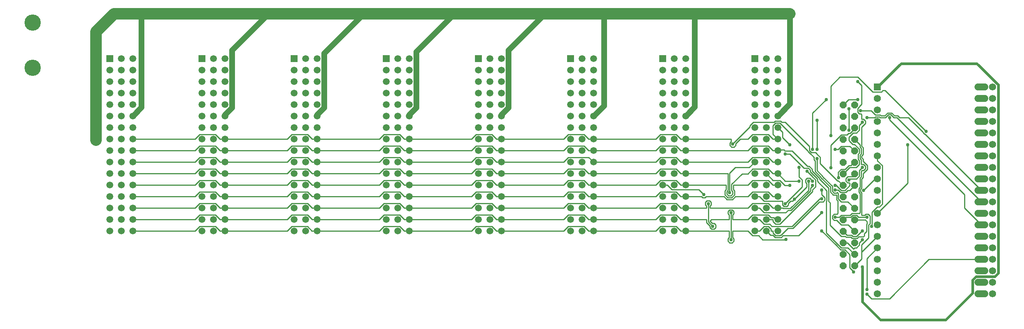
<source format=gbr>
G04 EAGLE Gerber RS-274X export*
G75*
%MOMM*%
%FSLAX34Y34*%
%LPD*%
%INBottom Copper*%
%IPPOS*%
%AMOC8*
5,1,8,0,0,1.08239X$1,22.5*%
G01*
%ADD10R,1.508000X1.508000*%
%ADD11C,1.508000*%
%ADD12C,3.600000*%
%ADD13P,1.649562X8X112.500000*%
%ADD14R,1.560000X1.560000*%
%ADD15C,1.560000*%
%ADD16C,1.524000*%
%ADD17C,0.254000*%
%ADD18C,0.756400*%
%ADD19C,1.270000*%
%ADD20C,2.540000*%
%ADD21C,0.609600*%


D10*
X250000Y590500D03*
D11*
X250000Y565100D03*
X250000Y539700D03*
X250000Y514300D03*
X250000Y488900D03*
X250000Y463500D03*
X250000Y438100D03*
X250000Y412700D03*
X250000Y387300D03*
X250000Y361900D03*
X250000Y336500D03*
X250000Y311100D03*
X250000Y285700D03*
X250000Y260300D03*
X250000Y234900D03*
X250000Y209500D03*
X275400Y590500D03*
X275400Y565100D03*
X275400Y539700D03*
X275400Y514300D03*
X275400Y488900D03*
X275400Y463500D03*
X275400Y438100D03*
X275400Y412700D03*
X275400Y387300D03*
X275400Y361900D03*
X275400Y336500D03*
X275400Y311100D03*
X275400Y285700D03*
X275400Y260300D03*
X275400Y234900D03*
X275400Y209500D03*
X300800Y590500D03*
X300800Y565100D03*
X300800Y539700D03*
X300800Y514300D03*
X300800Y488900D03*
X300800Y463500D03*
X300800Y438100D03*
X300800Y412700D03*
X300800Y387300D03*
X300800Y361900D03*
X300800Y336500D03*
X300800Y311100D03*
X300800Y285700D03*
X300800Y260300D03*
X300800Y234900D03*
X300800Y209500D03*
D10*
X453200Y590500D03*
D11*
X453200Y565100D03*
X453200Y539700D03*
X453200Y514300D03*
X453200Y488900D03*
X453200Y463500D03*
X453200Y438100D03*
X453200Y412700D03*
X453200Y387300D03*
X453200Y361900D03*
X453200Y336500D03*
X453200Y311100D03*
X453200Y285700D03*
X453200Y260300D03*
X453200Y234900D03*
X453200Y209500D03*
X478600Y590500D03*
X478600Y565100D03*
X478600Y539700D03*
X478600Y514300D03*
X478600Y488900D03*
X478600Y463500D03*
X478600Y438100D03*
X478600Y412700D03*
X478600Y387300D03*
X478600Y361900D03*
X478600Y336500D03*
X478600Y311100D03*
X478600Y285700D03*
X478600Y260300D03*
X478600Y234900D03*
X478600Y209500D03*
X504000Y590500D03*
X504000Y565100D03*
X504000Y539700D03*
X504000Y514300D03*
X504000Y488900D03*
X504000Y463500D03*
X504000Y438100D03*
X504000Y412700D03*
X504000Y387300D03*
X504000Y361900D03*
X504000Y336500D03*
X504000Y311100D03*
X504000Y285700D03*
X504000Y260300D03*
X504000Y234900D03*
X504000Y209500D03*
D10*
X656400Y590500D03*
D11*
X656400Y565100D03*
X656400Y539700D03*
X656400Y514300D03*
X656400Y488900D03*
X656400Y463500D03*
X656400Y438100D03*
X656400Y412700D03*
X656400Y387300D03*
X656400Y361900D03*
X656400Y336500D03*
X656400Y311100D03*
X656400Y285700D03*
X656400Y260300D03*
X656400Y234900D03*
X656400Y209500D03*
X681800Y590500D03*
X681800Y565100D03*
X681800Y539700D03*
X681800Y514300D03*
X681800Y488900D03*
X681800Y463500D03*
X681800Y438100D03*
X681800Y412700D03*
X681800Y387300D03*
X681800Y361900D03*
X681800Y336500D03*
X681800Y311100D03*
X681800Y285700D03*
X681800Y260300D03*
X681800Y234900D03*
X681800Y209500D03*
X707200Y590500D03*
X707200Y565100D03*
X707200Y539700D03*
X707200Y514300D03*
X707200Y488900D03*
X707200Y463500D03*
X707200Y438100D03*
X707200Y412700D03*
X707200Y387300D03*
X707200Y361900D03*
X707200Y336500D03*
X707200Y311100D03*
X707200Y285700D03*
X707200Y260300D03*
X707200Y234900D03*
X707200Y209500D03*
D10*
X859600Y590500D03*
D11*
X859600Y565100D03*
X859600Y539700D03*
X859600Y514300D03*
X859600Y488900D03*
X859600Y463500D03*
X859600Y438100D03*
X859600Y412700D03*
X859600Y387300D03*
X859600Y361900D03*
X859600Y336500D03*
X859600Y311100D03*
X859600Y285700D03*
X859600Y260300D03*
X859600Y234900D03*
X859600Y209500D03*
X885000Y590500D03*
X885000Y565100D03*
X885000Y539700D03*
X885000Y514300D03*
X885000Y488900D03*
X885000Y463500D03*
X885000Y438100D03*
X885000Y412700D03*
X885000Y387300D03*
X885000Y361900D03*
X885000Y336500D03*
X885000Y311100D03*
X885000Y285700D03*
X885000Y260300D03*
X885000Y234900D03*
X885000Y209500D03*
X910400Y590500D03*
X910400Y565100D03*
X910400Y539700D03*
X910400Y514300D03*
X910400Y488900D03*
X910400Y463500D03*
X910400Y438100D03*
X910400Y412700D03*
X910400Y387300D03*
X910400Y361900D03*
X910400Y336500D03*
X910400Y311100D03*
X910400Y285700D03*
X910400Y260300D03*
X910400Y234900D03*
X910400Y209500D03*
D10*
X1062800Y590500D03*
D11*
X1062800Y565100D03*
X1062800Y539700D03*
X1062800Y514300D03*
X1062800Y488900D03*
X1062800Y463500D03*
X1062800Y438100D03*
X1062800Y412700D03*
X1062800Y387300D03*
X1062800Y361900D03*
X1062800Y336500D03*
X1062800Y311100D03*
X1062800Y285700D03*
X1062800Y260300D03*
X1062800Y234900D03*
X1062800Y209500D03*
X1088200Y590500D03*
X1088200Y565100D03*
X1088200Y539700D03*
X1088200Y514300D03*
X1088200Y488900D03*
X1088200Y463500D03*
X1088200Y438100D03*
X1088200Y412700D03*
X1088200Y387300D03*
X1088200Y361900D03*
X1088200Y336500D03*
X1088200Y311100D03*
X1088200Y285700D03*
X1088200Y260300D03*
X1088200Y234900D03*
X1088200Y209500D03*
X1113600Y590500D03*
X1113600Y565100D03*
X1113600Y539700D03*
X1113600Y514300D03*
X1113600Y488900D03*
X1113600Y463500D03*
X1113600Y438100D03*
X1113600Y412700D03*
X1113600Y387300D03*
X1113600Y361900D03*
X1113600Y336500D03*
X1113600Y311100D03*
X1113600Y285700D03*
X1113600Y260300D03*
X1113600Y234900D03*
X1113600Y209500D03*
D10*
X1266000Y590500D03*
D11*
X1266000Y565100D03*
X1266000Y539700D03*
X1266000Y514300D03*
X1266000Y488900D03*
X1266000Y463500D03*
X1266000Y438100D03*
X1266000Y412700D03*
X1266000Y387300D03*
X1266000Y361900D03*
X1266000Y336500D03*
X1266000Y311100D03*
X1266000Y285700D03*
X1266000Y260300D03*
X1266000Y234900D03*
X1266000Y209500D03*
X1291400Y590500D03*
X1291400Y565100D03*
X1291400Y539700D03*
X1291400Y514300D03*
X1291400Y488900D03*
X1291400Y463500D03*
X1291400Y438100D03*
X1291400Y412700D03*
X1291400Y387300D03*
X1291400Y361900D03*
X1291400Y336500D03*
X1291400Y311100D03*
X1291400Y285700D03*
X1291400Y260300D03*
X1291400Y234900D03*
X1291400Y209500D03*
X1316800Y590500D03*
X1316800Y565100D03*
X1316800Y539700D03*
X1316800Y514300D03*
X1316800Y488900D03*
X1316800Y463500D03*
X1316800Y438100D03*
X1316800Y412700D03*
X1316800Y387300D03*
X1316800Y361900D03*
X1316800Y336500D03*
X1316800Y311100D03*
X1316800Y285700D03*
X1316800Y260300D03*
X1316800Y234900D03*
X1316800Y209500D03*
D10*
X1469200Y590500D03*
D11*
X1469200Y565100D03*
X1469200Y539700D03*
X1469200Y514300D03*
X1469200Y488900D03*
X1469200Y463500D03*
X1469200Y438100D03*
X1469200Y412700D03*
X1469200Y387300D03*
X1469200Y361900D03*
X1469200Y336500D03*
X1469200Y311100D03*
X1469200Y285700D03*
X1469200Y260300D03*
X1469200Y234900D03*
X1469200Y209500D03*
X1494600Y590500D03*
X1494600Y565100D03*
X1494600Y539700D03*
X1494600Y514300D03*
X1494600Y488900D03*
X1494600Y463500D03*
X1494600Y438100D03*
X1494600Y412700D03*
X1494600Y387300D03*
X1494600Y361900D03*
X1494600Y336500D03*
X1494600Y311100D03*
X1494600Y285700D03*
X1494600Y260300D03*
X1494600Y234900D03*
X1494600Y209500D03*
X1520000Y590500D03*
X1520000Y565100D03*
X1520000Y539700D03*
X1520000Y514300D03*
X1520000Y488900D03*
X1520000Y463500D03*
X1520000Y438100D03*
X1520000Y412700D03*
X1520000Y387300D03*
X1520000Y361900D03*
X1520000Y336500D03*
X1520000Y311100D03*
X1520000Y285700D03*
X1520000Y260300D03*
X1520000Y234900D03*
X1520000Y209500D03*
D10*
X1672400Y590500D03*
D11*
X1672400Y565100D03*
X1672400Y539700D03*
X1672400Y514300D03*
X1672400Y488900D03*
X1672400Y463500D03*
X1672400Y438100D03*
X1672400Y412700D03*
X1672400Y387300D03*
X1672400Y361900D03*
X1672400Y336500D03*
X1672400Y311100D03*
X1672400Y285700D03*
X1672400Y260300D03*
X1672400Y234900D03*
X1672400Y209500D03*
X1697800Y590500D03*
X1697800Y565100D03*
X1697800Y539700D03*
X1697800Y514300D03*
X1697800Y488900D03*
X1697800Y463500D03*
X1697800Y438100D03*
X1697800Y412700D03*
X1697800Y387300D03*
X1697800Y361900D03*
X1697800Y336500D03*
X1697800Y311100D03*
X1697800Y285700D03*
X1697800Y260300D03*
X1697800Y234900D03*
X1697800Y209500D03*
X1723200Y590500D03*
X1723200Y565100D03*
X1723200Y539700D03*
X1723200Y514300D03*
X1723200Y488900D03*
X1723200Y463500D03*
X1723200Y438100D03*
X1723200Y412700D03*
X1723200Y387300D03*
X1723200Y361900D03*
X1723200Y336500D03*
X1723200Y311100D03*
X1723200Y285700D03*
X1723200Y260300D03*
X1723200Y234900D03*
X1723200Y209500D03*
D12*
X80000Y670000D03*
X80000Y570000D03*
D13*
X1892700Y132200D03*
X1867300Y132200D03*
X1892700Y157600D03*
X1867300Y157600D03*
X1892700Y183000D03*
X1867300Y183000D03*
X1892700Y208400D03*
X1867300Y208400D03*
X1892700Y233800D03*
X1867300Y233800D03*
X1892700Y259200D03*
X1867300Y259200D03*
X1892700Y284600D03*
X1867300Y284600D03*
X1892700Y310000D03*
X1867300Y310000D03*
X1892700Y335400D03*
X1867300Y335400D03*
X1892700Y360800D03*
X1867300Y360800D03*
X1892700Y386200D03*
X1867300Y386200D03*
X1892700Y411600D03*
X1867300Y411600D03*
X1892700Y437000D03*
X1867300Y437000D03*
X1892700Y462400D03*
X1867300Y462400D03*
X1892700Y487800D03*
X1867300Y487800D03*
D14*
X1943000Y527600D03*
D15*
X1943000Y502200D03*
X1943000Y70400D03*
X1943000Y476800D03*
X1943000Y451400D03*
X1943000Y426000D03*
X1943000Y400600D03*
X1943000Y375200D03*
X1943000Y349800D03*
X1943000Y324400D03*
X1943000Y299000D03*
X1943000Y273600D03*
X1943000Y248200D03*
X1943000Y222800D03*
X1943000Y197400D03*
X1943000Y172000D03*
X1943000Y146600D03*
X1943000Y121200D03*
X1943000Y95800D03*
X2197000Y527600D03*
X2197000Y502200D03*
X2197000Y476800D03*
X2197000Y451400D03*
X2197000Y426000D03*
X2197000Y400600D03*
X2197000Y375200D03*
X2197000Y349800D03*
X2197000Y324400D03*
X2197000Y299000D03*
X2197000Y273600D03*
X2197000Y248200D03*
X2197000Y222800D03*
X2197000Y197400D03*
X2197000Y172000D03*
X2197000Y146600D03*
X2197000Y121200D03*
X2197000Y95800D03*
X2197000Y70400D03*
D16*
X2180220Y70400D02*
X2164980Y70400D01*
X2164980Y95800D02*
X2180220Y95800D01*
X2180220Y121200D02*
X2164980Y121200D01*
X2164980Y146600D02*
X2180220Y146600D01*
X2180220Y172000D02*
X2164980Y172000D01*
X2164980Y197400D02*
X2180220Y197400D01*
X2180220Y222800D02*
X2164980Y222800D01*
X2164980Y248200D02*
X2180220Y248200D01*
X2180220Y273600D02*
X2164980Y273600D01*
X2164980Y299000D02*
X2180220Y299000D01*
X2180220Y324400D02*
X2164980Y324400D01*
X2164980Y349800D02*
X2180220Y349800D01*
X2180220Y375200D02*
X2164980Y375200D01*
X2164980Y400600D02*
X2180220Y400600D01*
X2180220Y426000D02*
X2164980Y426000D01*
X2164980Y451400D02*
X2180220Y451400D01*
X2180220Y476800D02*
X2164980Y476800D01*
X2164980Y502200D02*
X2180220Y502200D01*
X2180220Y527600D02*
X2164980Y527600D01*
D17*
X1908570Y148070D02*
X1892700Y132200D01*
X1908570Y531430D02*
X1900000Y540000D01*
D18*
X1900000Y540000D03*
D17*
X1908570Y162970D02*
X1908570Y148070D01*
X1908570Y325048D02*
X1911242Y327720D01*
X1920640Y345593D02*
X1920640Y354407D01*
X1911242Y336195D02*
X1911242Y327720D01*
X1911242Y336195D02*
X1920640Y345593D01*
X1908570Y490000D02*
X1908570Y531430D01*
X1908570Y371152D02*
X1911242Y368480D01*
X1908570Y371152D02*
X1908570Y375848D01*
X1911242Y378520D01*
X1911242Y393880D01*
X1908570Y396552D01*
X1911242Y368480D02*
X1911242Y363805D01*
X1920640Y354407D01*
X1916576Y447276D02*
X1916576Y452724D01*
X1912724Y456576D01*
X1908570Y456576D01*
X1908570Y466783D01*
X1908570Y439270D02*
X1908570Y396552D01*
X1908570Y439270D02*
X1916576Y447276D01*
X1903176Y468624D02*
X1899324Y472476D01*
X1899324Y477924D01*
X1906729Y468624D02*
X1908570Y466783D01*
X1906729Y468624D02*
X1903176Y468624D01*
X1899324Y477924D02*
X1900000Y478600D01*
X1900000Y480372D02*
X1903114Y483486D01*
X1903114Y484544D01*
X1908570Y490000D01*
X1900000Y480372D02*
X1900000Y478600D01*
X1943000Y197400D02*
X1908570Y162970D01*
X1908570Y179270D01*
X1908570Y293930D02*
X1905924Y296576D01*
X1905924Y302024D01*
X1908570Y304670D01*
X1908570Y325048D01*
X1917276Y246576D02*
X1922724Y246576D01*
X1917276Y246576D02*
X1914764Y244064D01*
X1908570Y244064D01*
X1908570Y293930D01*
X1922724Y246576D02*
X1926576Y242724D01*
X1923424Y194124D02*
X1908570Y179270D01*
X1926576Y225876D02*
X1926576Y242724D01*
X1926576Y225876D02*
X1923424Y222724D01*
X1923424Y194124D01*
X1733534Y416466D02*
X1733534Y427766D01*
X1723200Y438100D01*
X1877714Y172586D02*
X1892700Y157600D01*
X1750000Y380000D02*
X1740000Y380000D01*
D18*
X1740000Y380000D03*
X1750000Y400000D03*
D17*
X1733534Y416466D01*
X1810640Y325107D02*
X1810640Y319360D01*
X1794576Y341171D02*
X1794576Y344724D01*
X1790724Y348576D01*
X1781424Y348576D02*
X1750000Y380000D01*
X1781424Y348576D02*
X1790724Y348576D01*
X1794576Y341171D02*
X1810640Y325107D01*
X1831140Y276093D02*
X1830000Y274953D01*
X1831140Y276093D02*
X1831140Y298860D01*
X1810640Y319360D01*
X1830000Y274953D02*
X1830000Y205747D01*
X1856886Y178686D02*
X1862986Y172586D01*
X1856886Y178686D02*
X1856886Y178861D01*
X1830000Y205747D01*
X1862986Y172586D02*
X1877714Y172586D01*
D18*
X1970000Y460000D03*
X1900000Y500000D03*
D17*
X1879500Y500000D01*
X1867300Y487800D01*
X1970000Y460000D02*
X1970000Y455400D01*
X2135400Y290000D01*
X2135400Y260000D02*
X2172600Y222800D01*
X2135400Y260000D02*
X2135400Y290000D01*
X1672400Y361900D02*
X1660500Y350000D01*
X1617200Y337200D02*
X1617200Y294100D01*
D18*
X1617200Y294100D03*
X1620000Y250000D03*
D17*
X1620000Y190000D01*
D18*
X1620000Y190000D03*
X1920000Y80000D03*
D17*
X1920000Y149000D01*
X1943000Y172000D01*
X1660500Y350000D02*
X1630000Y350000D01*
X1617200Y337200D01*
X2056600Y146600D02*
X2172600Y146600D01*
D18*
X1920000Y70000D03*
D17*
X1930194Y59806D02*
X1969806Y59806D01*
X1930194Y59806D02*
X1920000Y70000D01*
D18*
X1580000Y220000D03*
D17*
X1570000Y230000D01*
X1570000Y270000D01*
D18*
X1570000Y270000D03*
X1560000Y290000D03*
D17*
X1479986Y311100D02*
X1469200Y311100D01*
X1479986Y311100D02*
X1490320Y300766D01*
X1549234Y300766D02*
X1560000Y290000D01*
X1549234Y300766D02*
X1490320Y300766D01*
X1969806Y59806D02*
X2056600Y146600D01*
X1683186Y260300D02*
X1672400Y260300D01*
X1683186Y260300D02*
X1693520Y249966D01*
D18*
X1800000Y310000D03*
D17*
X1746091Y255296D02*
X1740761Y249966D01*
X1693520Y249966D01*
X1800000Y308343D02*
X1800000Y310000D01*
X1752463Y255296D02*
X1746091Y255296D01*
X1752463Y255296D02*
X1795936Y298769D01*
X1795936Y304279D01*
X1800000Y308343D01*
X1986200Y460000D02*
X2172600Y273600D01*
X1949382Y460000D02*
X1947388Y461994D01*
X1938612Y461994D01*
X1936618Y460000D01*
X1920000Y460000D01*
X1881900Y350000D02*
X1867300Y335400D01*
X1903114Y356486D02*
X1903114Y365114D01*
X1903114Y381886D02*
X1903114Y390514D01*
X1900442Y367786D02*
X1903114Y365114D01*
X1900442Y367786D02*
X1900442Y379214D01*
X1903114Y381886D01*
X1903114Y356486D02*
X1896628Y350000D01*
X1892442Y401186D02*
X1888386Y401186D01*
X1882286Y407286D01*
X1882286Y407714D01*
X1880000Y410000D01*
X1881900Y350000D02*
X1896628Y350000D01*
X1903114Y390514D02*
X1892442Y401186D01*
X1897014Y426586D02*
X1903114Y432686D01*
X1897014Y426586D02*
X1889711Y426586D01*
X1880000Y416875D02*
X1880000Y410000D01*
X1880000Y416875D02*
X1889711Y426586D01*
X1903114Y443114D02*
X1910000Y450000D01*
D18*
X1910000Y450000D03*
X1920000Y460000D03*
D17*
X1903114Y443114D02*
X1903114Y432686D01*
X1967276Y466576D02*
X1972724Y466576D01*
X1979300Y460000D02*
X1986200Y460000D01*
X1960700Y460000D02*
X1949382Y460000D01*
X1972724Y466576D02*
X1979300Y460000D01*
X1967276Y466576D02*
X1960700Y460000D01*
X1702081Y219834D02*
X1693520Y219834D01*
X1702081Y219834D02*
X1708134Y213781D01*
X1708134Y209500D01*
X1712866Y209500D01*
X1712866Y205220D01*
X1718920Y199166D01*
X1727481Y199166D01*
X1683186Y209500D02*
X1672400Y209500D01*
X1683186Y209500D02*
X1693520Y219834D01*
X1727481Y199166D02*
X1728315Y200000D01*
X1730000Y200000D01*
D18*
X1820000Y300000D03*
X1857210Y327210D03*
D17*
X1890800Y360800D02*
X1892700Y360800D01*
X1856886Y339714D02*
X1856886Y331086D01*
X1856886Y339714D02*
X1862986Y345814D01*
X1857210Y330762D02*
X1857210Y327210D01*
X1857210Y330762D02*
X1856886Y331086D01*
X1745936Y215936D02*
X1730000Y200000D01*
X1745936Y215936D02*
X1756683Y215936D01*
X1823224Y273924D02*
X1827076Y277776D01*
X1827076Y283224D01*
X1814671Y273924D02*
X1756683Y215936D01*
X1820000Y290300D02*
X1820000Y300000D01*
X1823224Y273924D02*
X1814671Y273924D01*
X1827076Y283224D02*
X1820000Y290300D01*
X1862986Y345814D02*
X1871967Y345814D01*
X1880217Y354064D01*
X1884064Y354064D01*
X1890800Y360800D01*
X1810000Y379300D02*
X1810000Y380000D01*
X1810000Y379300D02*
X1816576Y372724D01*
X1740000Y450000D02*
X1731662Y450000D01*
X1729164Y452498D01*
X1717236Y452498D01*
X1714738Y450000D01*
X1662066Y442381D02*
X1662066Y440066D01*
X1624000Y402000D01*
X1662066Y442381D02*
X1669686Y450000D01*
X1624000Y402000D02*
X1624000Y401874D01*
D18*
X1624000Y401874D03*
D17*
X1669686Y450000D02*
X1714738Y450000D01*
X1856666Y320634D02*
X1867300Y310000D01*
X1856666Y320634D02*
X1854486Y320634D01*
X1816576Y358544D01*
X1816576Y372724D01*
X1797276Y383424D02*
X1793424Y387276D01*
X1806576Y383424D02*
X1810000Y380000D01*
X1793424Y396576D02*
X1740000Y450000D01*
X1797276Y383424D02*
X1806576Y383424D01*
X1793424Y387276D02*
X1793424Y396576D01*
D18*
X1880100Y322500D03*
X1910000Y350000D03*
D17*
X1903114Y331086D02*
X1897014Y324986D01*
X1882586Y324986D02*
X1880100Y322500D01*
X1903114Y343114D02*
X1910000Y350000D01*
X1897014Y324986D02*
X1882586Y324986D01*
X1903114Y331086D02*
X1903114Y343114D01*
D18*
X1912500Y299300D03*
D17*
X1937600Y324400D01*
X1943000Y324400D01*
X1953594Y269212D02*
X1947388Y263006D01*
X1943000Y364782D02*
X1943000Y375200D01*
X1943006Y263006D02*
X1947388Y263006D01*
X1953594Y354188D02*
X1943000Y364782D01*
X1953594Y354188D02*
X1953594Y269212D01*
X1938794Y258794D02*
X1938612Y258794D01*
X1930640Y250822D01*
X1930640Y220640D02*
X1930000Y220000D01*
D18*
X1930000Y220000D03*
D17*
X1938794Y258794D02*
X1943006Y263006D01*
X1930640Y250822D02*
X1930640Y220640D01*
X1875700Y200000D02*
X1867300Y208400D01*
X1875700Y200000D02*
X1886372Y200000D01*
X1888386Y197986D01*
X1897014Y197986D01*
X1909028Y210000D02*
X1910000Y210000D01*
D18*
X1910000Y210000D03*
D17*
X1909028Y210000D02*
X1897014Y197986D01*
X1904506Y399794D02*
X1892700Y411600D01*
D18*
X1850000Y240000D03*
D17*
X1858772Y240000D02*
X1862986Y244214D01*
X1858772Y240000D02*
X1850000Y240000D01*
D18*
X1820000Y250000D03*
D17*
X1769166Y199166D01*
X1707300Y200000D02*
X1697800Y209500D01*
X1712338Y200000D02*
X1717236Y195102D01*
X1712338Y200000D02*
X1707300Y200000D01*
X1734913Y199166D02*
X1769166Y199166D01*
X1734913Y199166D02*
X1730849Y195102D01*
X1717236Y195102D01*
X1912724Y356576D02*
X1916576Y352724D01*
X1916576Y347276D01*
X1912724Y343424D01*
X1907178Y341397D02*
X1907178Y329403D01*
X1904506Y326731D01*
X1909205Y343424D02*
X1912724Y343424D01*
X1909205Y343424D02*
X1907178Y341397D01*
X1904506Y394869D02*
X1904506Y399794D01*
X1904506Y394869D02*
X1907178Y392197D01*
X1907178Y380203D01*
X1904506Y377531D01*
X1904506Y369469D01*
X1907178Y366797D01*
X1907178Y356576D01*
X1912724Y356576D01*
X1904506Y326731D02*
X1904506Y306353D01*
X1901860Y303707D01*
X1901860Y294893D01*
X1904506Y292247D01*
X1904506Y250000D01*
X1886703Y248278D02*
X1882639Y244214D01*
X1862986Y244214D01*
X1902784Y248278D02*
X1904506Y250000D01*
X1902784Y248278D02*
X1886703Y248278D01*
D19*
X320000Y482700D02*
X300800Y463500D01*
X320000Y482700D02*
X320000Y690000D01*
D20*
X600000Y690000D01*
X810000Y690000D01*
X1010000Y690000D01*
X1210000Y690000D01*
X1340000Y690000D01*
X1540000Y690000D01*
X1750000Y690000D01*
D19*
X1750000Y490300D02*
X1723200Y463500D01*
X1750000Y490300D02*
X1750000Y690000D01*
X1540000Y483500D02*
X1520000Y463500D01*
X1540000Y483500D02*
X1540000Y690000D01*
X1340000Y486700D02*
X1316800Y463500D01*
X1340000Y486700D02*
X1340000Y690000D01*
X1113600Y467101D02*
X1113600Y463500D01*
X1129014Y609014D02*
X1210000Y690000D01*
X1129014Y482515D02*
X1113600Y467101D01*
X1129014Y482515D02*
X1129014Y609014D01*
X910400Y467101D02*
X910400Y463500D01*
X925814Y605814D02*
X1010000Y690000D01*
X925814Y482515D02*
X910400Y467101D01*
X925814Y482515D02*
X925814Y605814D01*
X707200Y467101D02*
X707200Y463500D01*
X722614Y602614D02*
X810000Y690000D01*
X722614Y482515D02*
X707200Y467101D01*
X722614Y482515D02*
X722614Y602614D01*
X504000Y467101D02*
X504000Y463500D01*
X519414Y609414D02*
X600000Y690000D01*
X519414Y482515D02*
X504000Y467101D01*
X519414Y482515D02*
X519414Y609414D01*
D18*
X220000Y410000D03*
D20*
X220000Y650000D01*
X260000Y690000D01*
X320000Y690000D01*
D21*
X1943000Y527600D02*
X1995400Y580000D01*
X2162097Y580000D01*
X1910000Y53208D02*
X1950000Y13208D01*
X1910000Y53208D02*
X1910000Y130000D01*
D18*
X1910000Y130000D03*
D21*
X2202125Y108828D02*
X2209372Y116075D01*
X2209372Y532725D02*
X2162097Y580000D01*
X2160766Y108828D02*
X2202125Y108828D01*
X2160766Y108828D02*
X2152788Y100850D01*
X2209372Y116075D02*
X2209372Y532725D01*
X2152788Y100850D02*
X2152788Y72788D01*
X2093208Y13208D02*
X1950000Y13208D01*
X2093208Y13208D02*
X2152788Y72788D01*
D17*
X438586Y412700D02*
X300800Y412700D01*
X493215Y412700D02*
X504000Y412700D01*
X448920Y423034D02*
X438586Y412700D01*
X482881Y423034D02*
X493215Y412700D01*
X482881Y423034D02*
X448920Y423034D01*
X504000Y412700D02*
X641786Y412700D01*
X696415Y412700D02*
X707200Y412700D01*
X652120Y423034D02*
X641786Y412700D01*
X686081Y423034D02*
X696415Y412700D01*
X686081Y423034D02*
X652120Y423034D01*
X707200Y412700D02*
X844986Y412700D01*
X899615Y412700D02*
X910400Y412700D01*
X855320Y423034D02*
X844986Y412700D01*
X889281Y423034D02*
X899615Y412700D01*
X889281Y423034D02*
X855320Y423034D01*
X910400Y412700D02*
X1048186Y412700D01*
X1102815Y412700D02*
X1113600Y412700D01*
X1058520Y423034D02*
X1048186Y412700D01*
X1092481Y423034D02*
X1102815Y412700D01*
X1092481Y423034D02*
X1058520Y423034D01*
X1113600Y412700D02*
X1251386Y412700D01*
X1306015Y412700D02*
X1316800Y412700D01*
X1261720Y423034D02*
X1251386Y412700D01*
X1295681Y423034D02*
X1306015Y412700D01*
X1295681Y423034D02*
X1261720Y423034D01*
X1316800Y412700D02*
X1454586Y412700D01*
X1509215Y412700D02*
X1520000Y412700D01*
X1464920Y423034D02*
X1454586Y412700D01*
X1498881Y423034D02*
X1509215Y412700D01*
X1498881Y423034D02*
X1464920Y423034D01*
X1712415Y412700D02*
X1723200Y412700D01*
X1668120Y423034D02*
X1657786Y412700D01*
X1702081Y423034D02*
X1712415Y412700D01*
X1702081Y423034D02*
X1668120Y423034D01*
X1878222Y222878D02*
X1892700Y208400D01*
X1878222Y222878D02*
X1863494Y222878D01*
X1712866Y423034D02*
X1712866Y442381D01*
X1712866Y423034D02*
X1723200Y412700D01*
X1852822Y278603D02*
X1855530Y275895D01*
X1805936Y364764D02*
X1803424Y367276D01*
X1803424Y372491D01*
X1727481Y448434D02*
X1718919Y448434D01*
X1712866Y442381D01*
X1657786Y412700D02*
X1640447Y412700D01*
X1619936Y412700D02*
X1520000Y412700D01*
X1619936Y412700D02*
X1619936Y407110D01*
X1617424Y404598D01*
X1617424Y399150D01*
X1621276Y395298D01*
X1626724Y395298D01*
X1630576Y399150D01*
X1630576Y402829D01*
X1640447Y412700D01*
X1852822Y289360D02*
X1852822Y278603D01*
X1852822Y289360D02*
X1845593Y289360D01*
X1839360Y295593D01*
X1839360Y306793D01*
X1843424Y237276D02*
X1847276Y233424D01*
X1843424Y237276D02*
X1843424Y242724D01*
X1847276Y246576D01*
X1855530Y248482D02*
X1855530Y275895D01*
X1855530Y248482D02*
X1853624Y246576D01*
X1847276Y246576D01*
X1847276Y233424D02*
X1852948Y233424D01*
X1863494Y222878D01*
X1839360Y306793D02*
X1818768Y327385D01*
X1805936Y341306D02*
X1805936Y364764D01*
X1818768Y328474D02*
X1818768Y327385D01*
X1818768Y328474D02*
X1805936Y341306D01*
X1803424Y372491D02*
X1796555Y379360D01*
X1795593Y379360D01*
X1789360Y385593D01*
X1789360Y386555D01*
X1727481Y448434D01*
X438586Y336500D02*
X300800Y336500D01*
X493215Y336500D02*
X504000Y336500D01*
X448920Y346834D02*
X438586Y336500D01*
X482881Y346834D02*
X493215Y336500D01*
X482881Y346834D02*
X448920Y346834D01*
X504000Y336500D02*
X641786Y336500D01*
X696415Y336500D02*
X707200Y336500D01*
X652120Y346834D02*
X641786Y336500D01*
X686081Y346834D02*
X696415Y336500D01*
X686081Y346834D02*
X652120Y346834D01*
X707200Y336500D02*
X844986Y336500D01*
X899615Y336500D02*
X910400Y336500D01*
X855320Y346834D02*
X844986Y336500D01*
X889281Y346834D02*
X899615Y336500D01*
X889281Y346834D02*
X855320Y346834D01*
X910400Y336500D02*
X1048186Y336500D01*
X1102815Y336500D02*
X1113600Y336500D01*
X1058520Y346834D02*
X1048186Y336500D01*
X1092481Y346834D02*
X1102815Y336500D01*
X1092481Y346834D02*
X1058520Y346834D01*
X1113600Y336500D02*
X1251386Y336500D01*
X1306015Y336500D02*
X1316800Y336500D01*
X1261720Y346834D02*
X1251386Y336500D01*
X1295681Y346834D02*
X1306015Y336500D01*
X1295681Y346834D02*
X1261720Y346834D01*
X1316800Y336500D02*
X1454586Y336500D01*
X1509215Y336500D02*
X1520000Y336500D01*
X1464920Y346834D02*
X1454586Y336500D01*
X1498881Y346834D02*
X1509215Y336500D01*
X1498881Y346834D02*
X1464920Y346834D01*
X1712415Y336500D02*
X1723200Y336500D01*
X1712415Y336500D02*
X1702081Y346834D01*
X1668120Y346834D01*
D18*
X1770000Y320000D03*
D17*
X1739700Y320000D01*
X1723200Y336500D01*
X1668120Y346834D02*
X1657222Y335936D01*
X1613136Y336500D02*
X1520000Y336500D01*
X1613136Y336500D02*
X1613136Y299336D01*
X1610624Y296824D01*
X1610624Y291376D01*
X1614476Y287524D01*
X1619924Y287524D01*
X1623776Y291376D01*
X1623776Y296824D01*
X1621264Y299336D01*
X1621264Y312783D01*
X1644417Y335936D01*
X1657222Y335936D01*
X438586Y311100D02*
X300800Y311100D01*
X493215Y311100D02*
X504000Y311100D01*
X448920Y321434D02*
X438586Y311100D01*
X482881Y321434D02*
X493215Y311100D01*
X482881Y321434D02*
X448920Y321434D01*
X504000Y311100D02*
X641786Y311100D01*
X696415Y311100D02*
X707200Y311100D01*
X652120Y321434D02*
X641786Y311100D01*
X686081Y321434D02*
X696415Y311100D01*
X686081Y321434D02*
X652120Y321434D01*
X707200Y311100D02*
X844986Y311100D01*
X899615Y311100D02*
X910400Y311100D01*
X855320Y321434D02*
X844986Y311100D01*
X889281Y321434D02*
X899615Y311100D01*
X889281Y321434D02*
X855320Y321434D01*
X910400Y311100D02*
X1048186Y311100D01*
X1102815Y311100D02*
X1113600Y311100D01*
X1058520Y321434D02*
X1048186Y311100D01*
X1092481Y321434D02*
X1102815Y311100D01*
X1092481Y321434D02*
X1058520Y321434D01*
X1113600Y311100D02*
X1251386Y311100D01*
X1306015Y311100D02*
X1316800Y311100D01*
X1261720Y321434D02*
X1251386Y311100D01*
X1295681Y321434D02*
X1306015Y311100D01*
X1295681Y321434D02*
X1261720Y321434D01*
X1316800Y311100D02*
X1454586Y311100D01*
X1509215Y311100D02*
X1520000Y311100D01*
X1464920Y321434D02*
X1454586Y311100D01*
X1498881Y321434D02*
X1509215Y311100D01*
X1498881Y321434D02*
X1464920Y321434D01*
X1712415Y311100D02*
X1723200Y311100D01*
X1668120Y321434D02*
X1657786Y311100D01*
X1702081Y321434D02*
X1712415Y311100D01*
X1702081Y321434D02*
X1668120Y321434D01*
D18*
X1850000Y300000D03*
D17*
X1882286Y299586D02*
X1892700Y310000D01*
X1861303Y295522D02*
X1856825Y300000D01*
X1850000Y300000D01*
X1877361Y299586D02*
X1882286Y299586D01*
X1877361Y299586D02*
X1873297Y295522D01*
X1861303Y295522D01*
X1609072Y311100D02*
X1520000Y311100D01*
X1609072Y311100D02*
X1609072Y301019D01*
X1606560Y298507D01*
X1606560Y289693D01*
X1612793Y283460D01*
X1621607Y283460D01*
X1627840Y289693D01*
X1627840Y298507D01*
X1625328Y301019D01*
X1625328Y311100D01*
X1657786Y311100D01*
X438586Y260300D02*
X300800Y260300D01*
X493215Y260300D02*
X504000Y260300D01*
X448920Y270634D02*
X438586Y260300D01*
X482881Y270634D02*
X493215Y260300D01*
X482881Y270634D02*
X448920Y270634D01*
X504000Y260300D02*
X641786Y260300D01*
X696415Y260300D02*
X707200Y260300D01*
X652120Y270634D02*
X641786Y260300D01*
X686081Y270634D02*
X696415Y260300D01*
X686081Y270634D02*
X652120Y270634D01*
X707200Y260300D02*
X844986Y260300D01*
X899615Y260300D02*
X910400Y260300D01*
X855320Y270634D02*
X844986Y260300D01*
X889281Y270634D02*
X899615Y260300D01*
X889281Y270634D02*
X855320Y270634D01*
X910400Y260300D02*
X1048186Y260300D01*
X1102815Y260300D02*
X1113600Y260300D01*
X1058520Y270634D02*
X1048186Y260300D01*
X1092481Y270634D02*
X1102815Y260300D01*
X1092481Y270634D02*
X1058520Y270634D01*
X1113600Y260300D02*
X1251386Y260300D01*
X1306015Y260300D02*
X1316800Y260300D01*
X1261720Y270634D02*
X1251386Y260300D01*
X1295681Y270634D02*
X1306015Y260300D01*
X1295681Y270634D02*
X1261720Y270634D01*
X1316800Y260300D02*
X1454586Y260300D01*
X1509215Y260300D02*
X1520000Y260300D01*
X1464920Y270634D02*
X1454586Y260300D01*
X1498881Y270634D02*
X1509215Y260300D01*
X1498881Y270634D02*
X1464920Y270634D01*
X1712415Y260300D02*
X1723200Y260300D01*
X1668120Y270634D02*
X1657786Y260300D01*
X1702081Y270634D02*
X1712415Y260300D01*
X1702081Y270634D02*
X1668120Y270634D01*
X1723200Y260300D02*
X1734653Y260300D01*
X1735593Y259360D01*
D18*
X1790912Y320000D03*
X1840000Y349000D03*
D17*
X1840000Y399028D01*
X1862986Y422014D01*
X1750780Y259360D02*
X1735593Y259360D01*
X1750780Y259360D02*
X1790912Y299492D01*
X1790912Y320000D01*
X1888175Y432475D02*
X1892700Y437000D01*
X1876267Y422014D02*
X1862986Y422014D01*
X1876267Y422014D02*
X1879598Y425345D01*
X1882723Y425345D01*
X1888175Y430797D01*
X1888175Y432475D01*
X1615593Y260640D02*
X1615253Y260300D01*
X1615593Y260640D02*
X1624407Y260640D01*
X1624747Y260300D01*
X1657786Y260300D01*
X1565936Y260300D02*
X1520000Y260300D01*
X1565936Y260300D02*
X1565936Y264764D01*
X1563424Y267276D01*
X1563424Y272724D01*
X1567276Y276576D01*
X1572724Y276576D01*
X1576576Y272724D01*
X1576576Y267276D01*
X1574064Y264764D01*
X1574064Y260300D01*
X1615253Y260300D01*
X438586Y209500D02*
X300800Y209500D01*
X493215Y209500D02*
X504000Y209500D01*
X448920Y219834D02*
X438586Y209500D01*
X482881Y219834D02*
X493215Y209500D01*
X482881Y219834D02*
X448920Y219834D01*
X504000Y209500D02*
X641786Y209500D01*
X652120Y219834D01*
X686081Y219834D02*
X695915Y210000D01*
X707700Y210000D01*
X686081Y219834D02*
X652120Y219834D01*
X707200Y209500D02*
X707700Y210000D01*
X710000Y210000D01*
X707200Y209500D02*
X844986Y209500D01*
X899615Y209500D02*
X910400Y209500D01*
X855320Y219834D02*
X844986Y209500D01*
X889281Y219834D02*
X899615Y209500D01*
X889281Y219834D02*
X855320Y219834D01*
X910400Y209500D02*
X1048186Y209500D01*
X1102815Y209500D02*
X1113600Y209500D01*
X1058520Y219834D02*
X1048186Y209500D01*
X1092481Y219834D02*
X1102815Y209500D01*
X1092481Y219834D02*
X1058520Y219834D01*
X1113600Y209500D02*
X1251386Y209500D01*
X1306015Y209500D02*
X1316800Y209500D01*
X1261720Y219834D02*
X1251386Y209500D01*
X1295681Y219834D02*
X1306015Y209500D01*
X1295681Y219834D02*
X1261720Y219834D01*
X1316800Y209500D02*
X1454586Y209500D01*
X1509215Y209500D02*
X1520000Y209500D01*
X1464920Y219834D02*
X1454586Y209500D01*
X1498881Y219834D02*
X1509215Y209500D01*
X1498881Y219834D02*
X1464920Y219834D01*
X1680834Y199166D02*
X1690000Y190000D01*
X1668120Y199166D02*
X1657786Y209500D01*
X1668120Y199166D02*
X1680834Y199166D01*
X1690000Y190000D02*
X1743000Y190000D01*
X1741650Y191350D01*
X1741350Y191350D01*
D18*
X1741350Y191350D03*
D17*
X1615936Y195236D02*
X1615936Y209500D01*
X1615936Y195236D02*
X1613424Y192724D01*
X1613424Y187276D01*
X1617276Y183424D01*
X1622724Y183424D01*
X1626576Y187276D01*
X1626576Y192724D01*
X1624064Y195236D01*
X1624064Y209500D01*
X1657786Y209500D01*
X1575453Y209500D02*
X1520000Y209500D01*
X1575453Y209500D02*
X1575593Y209360D01*
X1584407Y209360D01*
X1584547Y209500D01*
X1615936Y209500D01*
X1672400Y234900D02*
X1683186Y234900D01*
X1705434Y224566D02*
X1710000Y220000D01*
X1693520Y224566D02*
X1683186Y234900D01*
X1693520Y224566D02*
X1705434Y224566D01*
X1710000Y220000D02*
X1755000Y220000D01*
X1815500Y280500D01*
D18*
X1820500Y280500D03*
D17*
X1815500Y280500D01*
D18*
X1850000Y310000D03*
D17*
X1852572Y310000D01*
X1862986Y299586D01*
X1871614Y299586D02*
X1882286Y310258D01*
X1882286Y314314D01*
X1871614Y299586D02*
X1862986Y299586D01*
X1877376Y315924D02*
X1873524Y319776D01*
X1873524Y325224D01*
X1892700Y331680D02*
X1892700Y335400D01*
X1892700Y331680D02*
X1890657Y329638D01*
X1877938Y329638D02*
X1873524Y325224D01*
X1877938Y329638D02*
X1890657Y329638D01*
X1880676Y315924D02*
X1882286Y314314D01*
X1880676Y315924D02*
X1877376Y315924D01*
D18*
X1800000Y320000D03*
D17*
X1683186Y285700D02*
X1672400Y285700D01*
X1683186Y285700D02*
X1693520Y275366D01*
X1746576Y270829D02*
X1746576Y267276D01*
X1746576Y270829D02*
X1751113Y275366D01*
X1755366Y275366D01*
X1733424Y275366D02*
X1693520Y275366D01*
X1733424Y275366D02*
X1733424Y267276D01*
X1737276Y263424D02*
X1742724Y263424D01*
X1737276Y263424D02*
X1733424Y267276D01*
X1742724Y263424D02*
X1746576Y267276D01*
X1755366Y275366D02*
X1760000Y280000D01*
X1786848Y306848D01*
X1786848Y314764D01*
X1784336Y317276D01*
X1784336Y322724D01*
X1788188Y326576D01*
X1793636Y326576D01*
X1797488Y322724D01*
X1797488Y322512D01*
X1800000Y320000D01*
D18*
X1760000Y280000D03*
X1820000Y210000D03*
D17*
X1882286Y127886D02*
X1890000Y120172D01*
X1882286Y157342D02*
X1871614Y168014D01*
X1882286Y157342D02*
X1882286Y127886D01*
X1852822Y177178D02*
X1820000Y210000D01*
X1852822Y177178D02*
X1852822Y177003D01*
X1861811Y168014D01*
X1871614Y168014D01*
D18*
X1890000Y119274D03*
D17*
X1890000Y120172D01*
D18*
X1840000Y420000D03*
D17*
X1840000Y530000D01*
X1860000Y550000D01*
X1900000Y550000D01*
X1954951Y520000D02*
X1960000Y520000D01*
X1954951Y520000D02*
X1951957Y517006D01*
X1932994Y517006D02*
X1900000Y550000D01*
X1932994Y517006D02*
X1951957Y517006D01*
X1960000Y520000D02*
X2050000Y430000D01*
D18*
X2050000Y430000D03*
X2010000Y400000D03*
D17*
X2010000Y315200D01*
X1943000Y248200D01*
D18*
X1905900Y475200D03*
D17*
X1987883Y464064D02*
X1991947Y460000D01*
X2011600Y460000D01*
X1929618Y475200D02*
X1905900Y475200D01*
X1938612Y466206D02*
X1948924Y466206D01*
X1938612Y466206D02*
X1929618Y475200D01*
X1948924Y466206D02*
X1951066Y464064D01*
X1965593Y470640D02*
X1974407Y470640D01*
X1980983Y464064D02*
X1987883Y464064D01*
X1959017Y464064D02*
X1951066Y464064D01*
X1974407Y470640D02*
X1980983Y464064D01*
X1965593Y470640D02*
X1959017Y464064D01*
X2048176Y423424D02*
X2172600Y299000D01*
X2048176Y423424D02*
X2047276Y423424D01*
X2043424Y427276D01*
X2043424Y428176D01*
X2011600Y460000D01*
X1712866Y234900D02*
X1697800Y234900D01*
X1712866Y234900D02*
X1712866Y230620D01*
X1718920Y224566D01*
X1727481Y224566D01*
X1806576Y307276D02*
X1806576Y322724D01*
X1800000Y300700D02*
X1800000Y297086D01*
X1800000Y329300D02*
X1800000Y330000D01*
X1806576Y307276D02*
X1800000Y300700D01*
X1806576Y322724D02*
X1800000Y329300D01*
X1800000Y330000D02*
X1788000Y342000D01*
D18*
X1788000Y342000D03*
D17*
X1800000Y297086D02*
X1727481Y224566D01*
D18*
X1850000Y390000D03*
D17*
X1856372Y390000D01*
X1862986Y396614D01*
X1882286Y396614D01*
X1892700Y386200D01*
D18*
X1910000Y190000D03*
D17*
X1877000Y183000D02*
X1867300Y183000D01*
X1877000Y183000D02*
X1890000Y170000D01*
X1892586Y172586D01*
X1897014Y172586D01*
X1903114Y178686D01*
X1903114Y183114D01*
X1910000Y190000D01*
D18*
X1750000Y310000D03*
D17*
X1738915Y310000D01*
X1712866Y321434D02*
X1697800Y336500D01*
X1727481Y321434D02*
X1738915Y310000D01*
X1727481Y321434D02*
X1712866Y321434D01*
X1867300Y233800D02*
X1873500Y240000D01*
D18*
X1920000Y240000D03*
D17*
X1884172Y240000D02*
X1873500Y240000D01*
X1884172Y240000D02*
X1888386Y244214D01*
X1897014Y244214D01*
X1901228Y240000D01*
X1920000Y240000D01*
D18*
X1880000Y480000D03*
D17*
X1879999Y479999D01*
X1879999Y431921D01*
D18*
X1879999Y431921D03*
D17*
X438586Y387300D02*
X300800Y387300D01*
X493215Y387300D02*
X504000Y387300D01*
X448920Y397634D02*
X438586Y387300D01*
X482881Y397634D02*
X493215Y387300D01*
X482881Y397634D02*
X448920Y397634D01*
X504000Y387300D02*
X641786Y387300D01*
X696415Y387300D02*
X707200Y387300D01*
X652120Y397634D02*
X641786Y387300D01*
X686081Y397634D02*
X696415Y387300D01*
X686081Y397634D02*
X652120Y397634D01*
X707200Y387300D02*
X844986Y387300D01*
X899615Y387300D02*
X910400Y387300D01*
X855320Y397634D02*
X844986Y387300D01*
X889281Y397634D02*
X899615Y387300D01*
X889281Y397634D02*
X855320Y397634D01*
X910400Y387300D02*
X1048186Y387300D01*
X1102815Y387300D02*
X1113600Y387300D01*
X1058520Y397634D02*
X1048186Y387300D01*
X1092481Y397634D02*
X1102815Y387300D01*
X1092481Y397634D02*
X1058520Y397634D01*
X1113600Y387300D02*
X1251386Y387300D01*
X1306015Y387300D02*
X1316800Y387300D01*
X1261720Y397634D02*
X1251386Y387300D01*
X1295681Y397634D02*
X1306015Y387300D01*
X1295681Y397634D02*
X1261720Y397634D01*
X1316800Y387300D02*
X1454586Y387300D01*
X1509215Y387300D02*
X1520000Y387300D01*
X1464920Y397634D02*
X1454586Y387300D01*
X1498881Y397634D02*
X1509215Y387300D01*
X1498881Y397634D02*
X1464920Y397634D01*
X1520000Y387300D02*
X1657786Y387300D01*
X1712415Y387300D02*
X1723200Y387300D01*
X1668120Y397634D02*
X1657786Y387300D01*
X1702081Y397634D02*
X1712415Y387300D01*
X1702081Y397634D02*
X1668120Y397634D01*
X1839081Y221892D02*
X1862986Y197986D01*
X1839081Y221892D02*
X1839081Y271419D01*
X1736941Y388807D02*
X1724707Y388807D01*
X1723200Y387300D01*
X1736941Y388807D02*
X1739171Y386576D01*
X1814704Y326791D02*
X1814704Y324596D01*
X1754919Y386576D02*
X1739171Y386576D01*
X1798640Y342855D02*
X1814704Y326791D01*
X1798640Y342855D02*
X1798640Y346407D01*
X1792407Y352640D01*
X1788855Y352640D01*
X1754919Y386576D01*
X1835204Y275296D02*
X1839081Y271419D01*
X1835204Y275296D02*
X1835204Y304096D01*
X1814704Y324596D01*
X1919360Y224407D02*
X1920000Y225047D01*
X1920000Y230000D01*
X1919360Y224407D02*
X1919360Y208660D01*
X1920000Y230000D02*
X1916200Y233800D01*
X1892700Y233800D01*
X1871967Y197986D02*
X1862986Y197986D01*
X1871967Y197986D02*
X1874017Y195936D01*
X1884689Y195936D01*
X1886703Y193922D01*
X1898697Y193922D01*
X1914064Y203364D02*
X1919360Y208660D01*
X1914064Y198957D02*
X1911683Y196576D01*
X1914064Y198957D02*
X1914064Y203364D01*
X1901351Y196576D02*
X1898697Y193922D01*
X1901351Y196576D02*
X1911683Y196576D01*
X438586Y361900D02*
X300800Y361900D01*
X493215Y361900D02*
X504000Y361900D01*
X448920Y372234D02*
X438586Y361900D01*
X482881Y372234D02*
X493215Y361900D01*
X482881Y372234D02*
X448920Y372234D01*
X504000Y361900D02*
X641786Y361900D01*
X696415Y361900D02*
X707200Y361900D01*
X652120Y372234D02*
X641786Y361900D01*
X686081Y372234D02*
X696415Y361900D01*
X686081Y372234D02*
X652120Y372234D01*
X707200Y361900D02*
X844986Y361900D01*
X899615Y361900D02*
X910400Y361900D01*
X855320Y372234D02*
X844986Y361900D01*
X889281Y372234D02*
X899615Y361900D01*
X889281Y372234D02*
X855320Y372234D01*
X910400Y361900D02*
X1048186Y361900D01*
X1102815Y361900D02*
X1113600Y361900D01*
X1058520Y372234D02*
X1048186Y361900D01*
X1092481Y372234D02*
X1102815Y361900D01*
X1092481Y372234D02*
X1058520Y372234D01*
X1113600Y361900D02*
X1251386Y361900D01*
X1261720Y372234D01*
X1306466Y372234D01*
X1316800Y361900D01*
X1454586Y361900D01*
X1509215Y361900D02*
X1520000Y361900D01*
X1464920Y372234D02*
X1454586Y361900D01*
X1498881Y372234D02*
X1509215Y361900D01*
X1498881Y372234D02*
X1464920Y372234D01*
X1520000Y361900D02*
X1657786Y361900D01*
X1712415Y361900D02*
X1723200Y361900D01*
X1668120Y372234D02*
X1657786Y361900D01*
X1702081Y372234D02*
X1712415Y361900D01*
X1702081Y372234D02*
X1668120Y372234D01*
D18*
X1810000Y370000D03*
D17*
X1856886Y280286D02*
X1862986Y274186D01*
X1877714Y274186D02*
X1892700Y259200D01*
X1877714Y274186D02*
X1862986Y274186D01*
X1852724Y293424D02*
X1847276Y293424D01*
X1843424Y297276D01*
X1852724Y293424D02*
X1854314Y295014D01*
X1810000Y342990D02*
X1810000Y370000D01*
X1822832Y330158D02*
X1822832Y329068D01*
X1822832Y330158D02*
X1810000Y342990D01*
X1822832Y329068D02*
X1843424Y308476D01*
X1843424Y297276D01*
X1856886Y292442D02*
X1856886Y280286D01*
X1856886Y292442D02*
X1854314Y295014D01*
D18*
X1830000Y500000D03*
D17*
X1800000Y470000D01*
X1800000Y390000D01*
D18*
X1800000Y390000D03*
D17*
X438586Y285700D02*
X300800Y285700D01*
X493215Y285700D02*
X504000Y285700D01*
X448920Y296034D02*
X438586Y285700D01*
X482881Y296034D02*
X493215Y285700D01*
X482881Y296034D02*
X448920Y296034D01*
X504000Y285700D02*
X641786Y285700D01*
X696415Y285700D02*
X707200Y285700D01*
X652120Y296034D02*
X641786Y285700D01*
X686081Y296034D02*
X696415Y285700D01*
X686081Y296034D02*
X652120Y296034D01*
X707200Y285700D02*
X844986Y285700D01*
X899615Y285700D02*
X910400Y285700D01*
X855320Y296034D02*
X844986Y285700D01*
X889281Y296034D02*
X899615Y285700D01*
X889281Y296034D02*
X855320Y296034D01*
X910400Y285700D02*
X1048186Y285700D01*
X1102815Y285700D02*
X1113600Y285700D01*
X1058520Y296034D02*
X1048186Y285700D01*
X1092481Y296034D02*
X1102815Y285700D01*
X1092481Y296034D02*
X1058520Y296034D01*
X1113600Y285700D02*
X1251386Y285700D01*
X1306015Y285700D02*
X1316800Y285700D01*
X1261720Y296034D02*
X1251386Y285700D01*
X1295681Y296034D02*
X1306015Y285700D01*
X1295681Y296034D02*
X1261720Y296034D01*
X1316800Y285700D02*
X1454586Y285700D01*
X1509215Y285700D02*
X1520000Y285700D01*
X1464920Y296034D02*
X1454586Y285700D01*
X1498881Y296034D02*
X1509215Y285700D01*
X1498881Y296034D02*
X1464920Y296034D01*
X1712415Y285700D02*
X1723200Y285700D01*
X1668120Y296034D02*
X1657786Y285700D01*
X1702081Y296034D02*
X1712415Y285700D01*
X1702081Y296034D02*
X1668120Y296034D01*
X1611109Y279396D02*
X1604805Y285700D01*
X1611109Y279396D02*
X1623291Y279396D01*
X1629595Y285700D01*
X1657786Y285700D01*
X1555000Y285700D02*
X1520000Y285700D01*
X1555000Y285700D02*
X1557276Y283424D01*
X1562724Y283424D01*
X1565000Y285700D01*
X1604805Y285700D01*
X438586Y234900D02*
X300800Y234900D01*
X493215Y234900D02*
X504000Y234900D01*
X448920Y245234D02*
X438586Y234900D01*
X482881Y245234D02*
X493215Y234900D01*
X482881Y245234D02*
X448920Y245234D01*
X504000Y234900D02*
X641786Y234900D01*
X696415Y234900D02*
X707200Y234900D01*
X652120Y245234D02*
X641786Y234900D01*
X686081Y245234D02*
X696415Y234900D01*
X686081Y245234D02*
X652120Y245234D01*
X707200Y234900D02*
X844986Y234900D01*
X899615Y234900D02*
X910400Y234900D01*
X855320Y245234D02*
X844986Y234900D01*
X889281Y245234D02*
X899615Y234900D01*
X889281Y245234D02*
X855320Y245234D01*
X910400Y234900D02*
X1048186Y234900D01*
X1102815Y234900D02*
X1113600Y234900D01*
X1058520Y245234D02*
X1048186Y234900D01*
X1092481Y245234D02*
X1102815Y234900D01*
X1092481Y245234D02*
X1058520Y245234D01*
X1113600Y234900D02*
X1251386Y234900D01*
X1306015Y234900D02*
X1316800Y234900D01*
X1261720Y245234D02*
X1251386Y234900D01*
X1295681Y245234D02*
X1306015Y234900D01*
X1295681Y245234D02*
X1261720Y245234D01*
X1316800Y234900D02*
X1454586Y234900D01*
X1509215Y234900D02*
X1520000Y234900D01*
X1464920Y245234D02*
X1454586Y234900D01*
X1498881Y245234D02*
X1509215Y234900D01*
X1498881Y245234D02*
X1464920Y245234D01*
X1657786Y234900D02*
X1668120Y245234D01*
X1702081Y245234D01*
D18*
X1810000Y453990D03*
D17*
X1810000Y390000D01*
D18*
X1810000Y390000D03*
X1770000Y350000D03*
X1740000Y270000D03*
D17*
X1770000Y329300D02*
X1770000Y350000D01*
X1770000Y329300D02*
X1776576Y322724D01*
X1776576Y306576D01*
X1740000Y270000D01*
X1708351Y238964D02*
X1702081Y245234D01*
X1708351Y238964D02*
X1714549Y238964D01*
X1718613Y234900D02*
X1723200Y234900D01*
X1718613Y234900D02*
X1714549Y238964D01*
X1615936Y234900D02*
X1615936Y244764D01*
X1613424Y247276D01*
X1613424Y252724D01*
X1617276Y256576D01*
X1622724Y256576D01*
X1626576Y252724D01*
X1626576Y247276D01*
X1624064Y244764D01*
X1624064Y234900D01*
X1657786Y234900D01*
X1565936Y234900D02*
X1520000Y234900D01*
X1565936Y234900D02*
X1565936Y228317D01*
X1573424Y220829D01*
X1573424Y217276D01*
X1577276Y213424D01*
X1582724Y213424D01*
X1586576Y217276D01*
X1586576Y222724D01*
X1582724Y226576D01*
X1579171Y226576D01*
X1574064Y231683D01*
X1577281Y234900D01*
X1615936Y234900D01*
M02*

</source>
